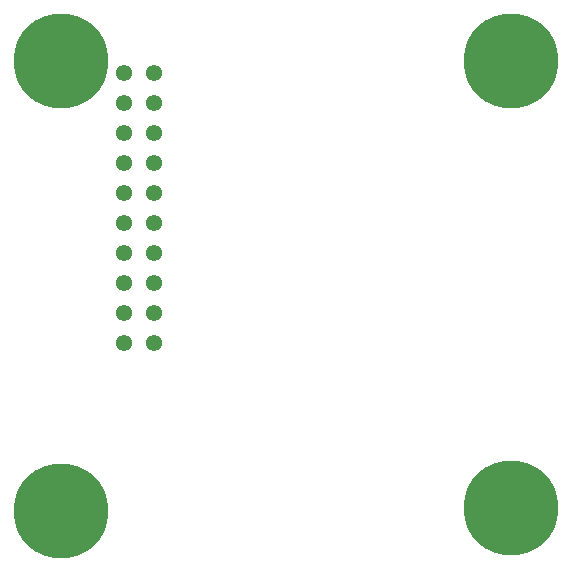
<source format=gbs>
%FSLAX34Y34*%
G04 Gerber Fmt 3.4, Leading zero omitted, Abs format*
G04 (created by PCBNEW (2013-04-01 BZR 4058)-product) date Tue 02 Sep 2014 09:50:09 AM PDT*
%MOIN*%
G01*
G70*
G90*
G04 APERTURE LIST*
%ADD10C,0.005906*%
%ADD11C,0.054370*%
%ADD12C,0.315100*%
G04 APERTURE END LIST*
G54D10*
G54D11*
X5600Y-11900D03*
X4600Y-11900D03*
X5600Y-10900D03*
X4600Y-10900D03*
X5600Y-9900D03*
X4600Y-9900D03*
X5600Y-8900D03*
X4600Y-8900D03*
X5600Y-7900D03*
X4600Y-7900D03*
X5600Y-6900D03*
X4600Y-6900D03*
X5600Y-5900D03*
X4600Y-5900D03*
X5600Y-4900D03*
X4600Y-4900D03*
X5600Y-3900D03*
X4600Y-3900D03*
X5600Y-2900D03*
X4600Y-2900D03*
G54D12*
X17500Y-2500D03*
X2500Y-2500D03*
X17500Y-17400D03*
X2500Y-17500D03*
M02*

</source>
